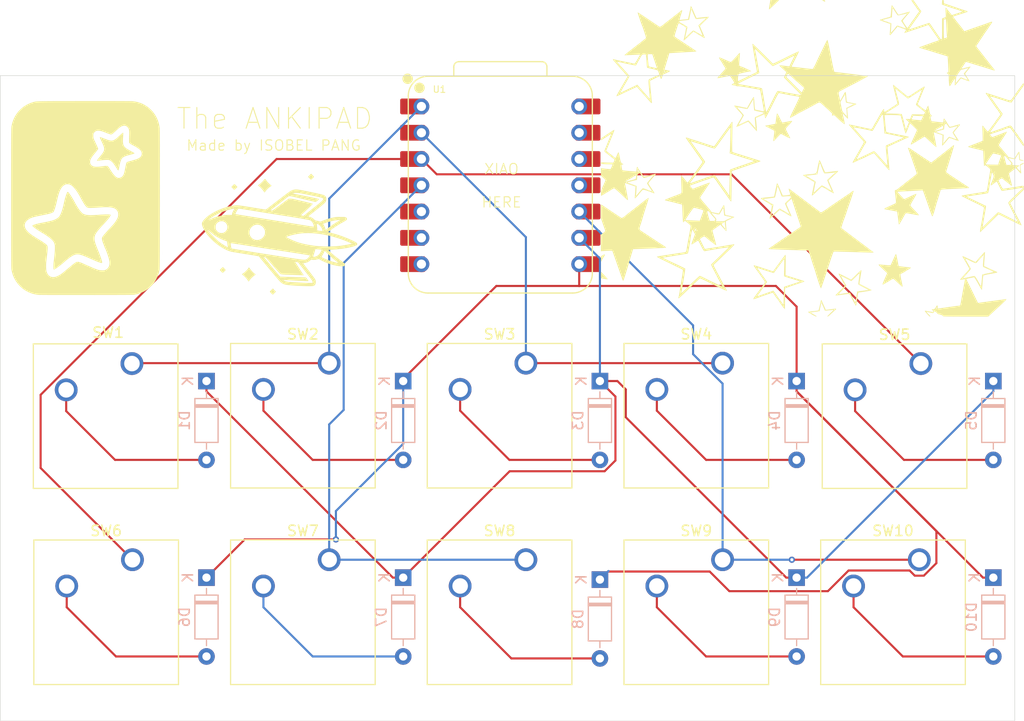
<source format=kicad_pcb>
(kicad_pcb (version 20240108) (generator "pcbnew") (generator_version "8.0")
  (layers (0 "F.Cu" signal) (31 "B.Cu" signal) (34 "B.Paste" user) (35 "F.Paste" user) (36 "B.SilkS" user "B.Silkscreen") (37 "F.SilkS" user "F.Silkscreen") (38 "B.Mask" user) (39 "F.Mask" user) (44 "Edge.Cuts" user))
  (net 0 "")
  (net 1 "ROW0")
  (net 2 "Net-(D1-A)")
  (net 3 "ROW1")
  (net 4 "Net-(D2-A)")
  (net 5 "Net-(D3-A)")
  (net 6 "Net-(D4-A)")
  (net 7 "Net-(D5-A)")
  (net 8 "Net-(D6-A)")
  (net 9 "Net-(D7-A)")
  (net 10 "Net-(D8-A)")
  (net 11 "Net-(D9-A)")
  (net 12 "Net-(D10-A)")
  (net 13 "COL0")
  (net 14 "COL1")
  (net 15 "COL2")
  (net 16 "COL3")
  (net 17 "COL4")
  (net 18 "+3V3")
  (net 21 "GND")
  (footprint "Button_Switch_Keyboard:SW_Cherry_MX_1.00u_PCB" (layer "F.Cu") (at 191.85 106.46)
    (property "Reference" "SW9" (at -2.54 -2.794 0) (layer "F.SilkS"))
    (property "Value" "SW_Push_45deg")
    (pad "" np_thru_hole circle (at -7.62 5.08) (size 1.7 1.7) (drill 1.7) (layers "*.Cu" "*.Mask"))
    (pad "" np_thru_hole circle (at -2.54 5.08) (size 4 4) (drill 4) (layers "*.Cu" "*.Mask"))
    (pad "" np_thru_hole circle (at 2.54 5.08) (size 1.7 1.7) (drill 1.7) (layers "*.Cu" "*.Mask"))
    (pad "1" thru_hole circle (at 0 0) (size 2.2 2.2) (drill 1.5) (layers "*.Cu" "*.Mask") (net 17 "COL4"))
    (pad "2" thru_hole circle (at -6.35 2.54) (size 2.2 2.2) (drill 1.5) (layers "*.Cu" "*.Mask") (net 11 "Net-(D9-A)"))
  )
  (footprint "LOGO" (layer "F.Cu") (at 200.5 67.66 90)
    (property "Reference" "G***" (hide yes))
    (property "Value" "LOGO" (hide yes))
  )
  (footprint "Seeed Studio XIAO Series Library:XIAO-RP2040-DIP" (layer "F.Cu") (at 170.38 70.2685)
    (property "Reference" "U1" (at -5.88 -9.2685 0) (layer "F.SilkS") (effects (font (size 0.635 0.635) (thickness 0.1016))))
    (property "Value" "XIAO-RP2040-DIP")
    (pad "1" smd roundrect (at -8.455 -7.62 180) (size 2.432 1.524) (layers "F.Cu" "F.Mask") (roundrect_rratio 0.1) (net 13 "COL0"))
    (pad "1" thru_hole circle (at -7.62 -7.62 180) (size 1.524 1.524) (drill 0.889) (layers "*.Cu" "*.Mask") (net 13 "COL0"))
    (pad "2" smd roundrect (at -8.455 -5.08 180) (size 2.432 1.524) (layers "F.Cu" "F.Mask") (roundrect_rratio 0.1) (net 14 "COL1"))
    (pad "2" thru_hole circle (at -7.62 -5.08 180) (size 1.524 1.524) (drill 0.889) (layers "*.Cu" "*.Mask") (net 14 "COL1"))
    (pad "3" smd roundrect (at -8.455 -2.54 180) (size 2.432 1.524) (layers "F.Cu" "F.Mask") (roundrect_rratio 0.1) (net 15 "COL2"))
    (pad "3" thru_hole circle (at -7.62 -2.54 180) (size 1.524 1.524) (drill 0.889) (layers "*.Cu" "*.Mask") (net 15 "COL2"))
    (pad "4" smd roundrect (at -8.455 0 180) (size 2.432 1.524) (layers "F.Cu" "F.Mask") (roundrect_rratio 0.1) (net 16 "COL3"))
    (pad "4" thru_hole circle (at -7.62 0 180) (size 1.524 1.524) (drill 0.889) (layers "*.Cu" "*.Mask") (net 16 "COL3"))
    (pad "5" smd roundrect (at -8.455 2.54 180) (size 2.432 1.524) (layers "F.Cu" "F.Mask") (roundrect_rratio 0.1))
    (pad "5" thru_hole circle (at -7.62 2.54 180) (size 1.524 1.524) (drill 0.889) (layers "*.Cu" "*.Mask"))
    (pad "6" smd roundrect (at -8.455 5.08 180) (size 2.432 1.524) (layers "F.Cu" "F.Mask") (roundrect_rratio 0.1))
    (pad "6" thru_hole circle (at -7.62 5.08 180) (size 1.524 1.524) (drill 0.889) (layers "*.Cu" "*.Mask"))
    (pad "7" smd roundrect (at -8.455 7.62 180) (size 2.432 1.524) (layers "F.Cu" "F.Mask") (roundrect_rratio 0.1))
    (pad "7" thru_hole circle (at -7.62 7.62 180) (size 1.524 1.524) (drill 0.889) (layers "*.Cu" "*.Mask"))
    (pad "8" thru_hole circle (at 7.62 7.62) (size 1.524 1.524) (drill 0.889) (layers "*.Cu" "*.Mask") (net 3 "ROW1"))
    (pad "8" smd roundrect (at 8.455 7.62) (size 2.432 1.524) (layers "F.Cu" "F.Mask") (roundrect_rratio 0.1) (net 3 "ROW1"))
    (pad "9" thru_hole circle (at 7.62 5.08) (size 1.524 1.524) (drill 0.889) (layers "*.Cu" "*.Mask") (net 1 "ROW0"))
    (pad "9" smd roundrect (at 8.455 5.08) (size 2.432 1.524) (layers "F.Cu" "F.Mask") (roundrect_rratio 0.1) (net 1 "ROW0"))
    (pad "10" thru_hole circle (at 7.62 2.54) (size 1.524 1.524) (drill 0.889) (layers "*.Cu" "*.Mask") (net 17 "COL4"))
    (pad "10" smd roundrect (at 8.455 2.54) (size 2.432 1.524) (layers "F.Cu" "F.Mask") (roundrect_rratio 0.1) (net 17 "COL4"))
    (pad "11" thru_hole circle (at 7.62 0) (size 1.524 1.524) (drill 0.889) (layers "*.Cu" "*.Mask"))
    (pad "11" smd roundrect (at 8.455 0) (size 2.432 1.524) (layers "F.Cu" "F.Mask") (roundrect_rratio 0.1))
    (pad "12" thru_hole circle (at 7.62 -2.54) (size 1.524 1.524) (drill 0.889) (layers "*.Cu" "*.Mask") (net 18 "+3V3"))
    (pad "12" smd roundrect (at 8.455 -2.54) (size 2.432 1.524) (layers "F.Cu" "F.Mask") (roundrect_rratio 0.1) (net 18 "+3V3"))
    (pad "13" thru_hole circle (at 7.62 -5.08) (size 1.524 1.524) (drill 0.889) (layers "*.Cu" "*.Mask") (net 21 "GND"))
    (pad "13" smd roundrect (at 8.455 -5.08) (size 2.432 1.524) (layers "F.Cu" "F.Mask") (roundrect_rratio 0.1) (net 21 "GND"))
    (pad "14" thru_hole circle (at 7.62 -7.62) (size 1.524 1.524) (drill 0.889) (layers "*.Cu" "*.Mask"))
    (pad "14" smd roundrect (at 8.455 -7.62) (size 2.432 1.524) (layers "F.Cu" "F.Mask") (roundrect_rratio 0.1))
  )
  (footprint "Button_Switch_Keyboard:SW_Cherry_MX_1.00u_PCB" (layer "F.Cu") (at 172.85 106.46)
    (property "Reference" "SW8" (at -2.54 -2.794 0) (layer "F.SilkS"))
    (property "Value" "SW_Push_45deg")
    (pad "" np_thru_hole circle (at -7.62 5.08) (size 1.7 1.7) (drill 1.7) (layers "*.Cu" "*.Mask"))
    (pad "" np_thru_hole circle (at -2.54 5.08) (size 4 4) (drill 4) (layers "*.Cu" "*.Mask"))
    (pad "" np_thru_hole circle (at 2.54 5.08) (size 1.7 1.7) (drill 1.7) (layers "*.Cu" "*.Mask"))
    (pad "1" thru_hole circle (at 0 0) (size 2.2 2.2) (drill 1.5) (layers "*.Cu" "*.Mask") (net 16 "COL3"))
    (pad "2" thru_hole circle (at -6.35 2.54) (size 2.2 2.2) (drill 1.5) (layers "*.Cu" "*.Mask") (net 10 "Net-(D8-A)"))
  )
  (footprint "Button_Switch_Keyboard:SW_Cherry_MX_1.00u_PCB" (layer "F.Cu") (at 211 87.5)
    (property "Reference" "SW5" (at -2.54 -2.794 0) (layer "F.SilkS"))
    (property "Value" "SW_Push_45deg")
    (pad "" np_thru_hole circle (at -7.62 5.08) (size 1.7 1.7) (drill 1.7) (layers "*.Cu" "*.Mask"))
    (pad "" np_thru_hole circle (at -2.54 5.08) (size 4 4) (drill 4) (layers "*.Cu" "*.Mask"))
    (pad "" np_thru_hole circle (at 2.54 5.08) (size 1.7 1.7) (drill 1.7) (layers "*.Cu" "*.Mask"))
    (pad "1" thru_hole circle (at 0 0) (size 2.2 2.2) (drill 1.5) (layers "*.Cu" "*.Mask") (net 15 "COL2"))
    (pad "2" thru_hole circle (at -6.35 2.54) (size 2.2 2.2) (drill 1.5) (layers "*.Cu" "*.Mask") (net 7 "Net-(D5-A)"))
  )
  (footprint "Button_Switch_Keyboard:SW_Cherry_MX_1.00u_PCB" (layer "F.Cu") (at 153.85 87.46)
    (property "Reference" "SW2" (at -2.54 -2.794 0) (layer "F.SilkS"))
    (property "Value" "SW_Push_45deg")
    (pad "" np_thru_hole circle (at -7.62 5.08) (size 1.7 1.7) (drill 1.7) (layers "*.Cu" "*.Mask"))
    (pad "" np_thru_hole circle (at -2.54 5.08) (size 4 4) (drill 4) (layers "*.Cu" "*.Mask"))
    (pad "" np_thru_hole circle (at 2.54 5.08) (size 1.7 1.7) (drill 1.7) (layers "*.Cu" "*.Mask"))
    (pad "1" thru_hole circle (at 0 0) (size 2.2 2.2) (drill 1.5) (layers "*.Cu" "*.Mask") (net 13 "COL0"))
    (pad "2" thru_hole circle (at -6.35 2.54) (size 2.2 2.2) (drill 1.5) (layers "*.Cu" "*.Mask") (net 4 "Net-(D2-A)"))
  )
  (footprint "Button_Switch_Keyboard:SW_Cherry_MX_1.00u_PCB" (layer "F.Cu") (at 191.85 87.46)
    (property "Reference" "SW4" (at -2.54 -2.794 0) (layer "F.SilkS"))
    (property "Value" "SW_Push_45deg")
    (pad "" np_thru_hole circle (at -7.62 5.08) (size 1.7 1.7) (drill 1.7) (layers "*.Cu" "*.Mask"))
    (pad "" np_thru_hole circle (at -2.54 5.08) (size 4 4) (drill 4) (layers "*.Cu" "*.Mask"))
    (pad "" np_thru_hole circle (at 2.54 5.08) (size 1.7 1.7) (drill 1.7) (layers "*.Cu" "*.Mask"))
    (pad "1" thru_hole circle (at 0 0) (size 2.2 2.2) (drill 1.5) (layers "*.Cu" "*.Mask") (net 14 "COL1"))
    (pad "2" thru_hole circle (at -6.35 2.54) (size 2.2 2.2) (drill 1.5) (layers "*.Cu" "*.Mask") (net 6 "Net-(D4-A)"))
  )
  (footprint "LOGO" (layer "F.Cu") (at 130 71.5)
    (property "Reference" "G***" (hide yes))
    (property "Value" "LOGO" (hide yes))
  )
  (footprint "Button_Switch_Keyboard:SW_Cherry_MX_1.00u_PCB" (layer "F.Cu") (at 134.85 106.46)
    (property "Reference" "SW6" (at -2.54 -2.794 0) (layer "F.SilkS"))
    (property "Value" "SW_Push_45deg")
    (pad "" np_thru_hole circle (at -7.62 5.08) (size 1.7 1.7) (drill 1.7) (layers "*.Cu" "*.Mask"))
    (pad "" np_thru_hole circle (at -2.54 5.08) (size 4 4) (drill 4) (layers "*.Cu" "*.Mask"))
    (pad "" np_thru_hole circle (at 2.54 5.08) (size 1.7 1.7) (drill 1.7) (layers "*.Cu" "*.Mask"))
    (pad "1" thru_hole circle (at 0 0) (size 2.2 2.2) (drill 1.5) (layers "*.Cu" "*.Mask") (net 15 "COL2"))
    (pad "2" thru_hole circle (at -6.35 2.54) (size 2.2 2.2) (drill 1.5) (layers "*.Cu" "*.Mask") (net 8 "Net-(D6-A)"))
  )
  (footprint "Button_Switch_Keyboard:SW_Cherry_MX_1.00u_PCB" (layer "F.Cu") (at 210.85 106.46)
    (property "Reference" "SW10" (at -2.54 -2.794 0) (layer "F.SilkS"))
    (property "Value" "SW_Push_45deg")
    (pad "" np_thru_hole circle (at -7.62 5.08) (size 1.7 1.7) (drill 1.7) (layers "*.Cu" "*.Mask"))
    (pad "" np_thru_hole circle (at -2.54 5.08) (size 4 4) (drill 4) (layers "*.Cu" "*.Mask"))
    (pad "" np_thru_hole circle (at 2.54 5.08) (size 1.7 1.7) (drill 1.7) (layers "*.Cu" "*.Mask"))
    (pad "1" thru_hole circle (at 0 0) (size 2.2 2.2) (drill 1.5) (layers "*.Cu" "*.Mask") (net 17 "COL4"))
    (pad "2" thru_hole circle (at -6.35 2.54) (size 2.2 2.2) (drill 1.5) (layers "*.Cu" "*.Mask") (net 12 "Net-(D10-A)"))
  )
  (footprint "LOGO" (layer "F.Cu") (at 149.059227 75 90)
    (property "Reference" "G***" (hide yes))
    (property "Value" "LOGO" (hide yes))
  )
  (footprint "Button_Switch_Keyboard:SW_Cherry_MX_1.00u_PCB" (layer "F.Cu") (at 134.799 87.5005)
    (property "Reference" "SW1" (at -2.299 -3.0005 0) (layer "F.SilkS"))
    (property "Value" "SW_Push_45deg")
    (pad "" np_thru_hole circle (at -7.62 5.08) (size 1.7 1.7) (drill 1.7) (layers "*.Cu" "*.Mask"))
    (pad "" np_thru_hole circle (at -2.54 5.08) (size 4 4) (drill 4) (layers "*.Cu" "*.Mask"))
    (pad "" np_thru_hole circle (at 2.54 5.08) (size 1.7 1.7) (drill 1.7) (layers "*.Cu" "*.Mask"))
    (pad "1" thru_hole circle (at 0 0) (size 2.2 2.2) (drill 1.5) (layers "*.Cu" "*.Mask") (net 13 "COL0"))
    (pad "2" thru_hole circle (at -6.35 2.54) (size 2.2 2.2) (drill 1.5) (layers "*.Cu" "*.Mask") (net 2 "Net-(D1-A)"))
  )
  (footprint "Button_Switch_Keyboard:SW_Cherry_MX_1.00u_PCB" (layer "F.Cu") (at 153.85 106.46)
    (property "Reference" "SW7" (at -2.54 -2.794 0) (layer "F.SilkS"))
    (property "Value" "SW_Push_45deg")
    (pad "" np_thru_hole circle (at -7.62 5.08) (size 1.7 1.7) (drill 1.7) (layers "*.Cu" "*.Mask"))
    (pad "" np_thru_hole circle (at -2.54 5.08) (size 4 4) (drill 4) (layers "*.Cu" "*.Mask"))
    (pad "" np_thru_hole circle (at 2.54 5.08) (size 1.7 1.7) (drill 1.7) (layers "*.Cu" "*.Mask"))
    (pad "1" thru_hole circle (at 0 0) (size 2.2 2.2) (drill 1.5) (layers "*.Cu" "*.Mask") (net 16 "COL3"))
    (pad "2" thru_hole circle (at -6.35 2.54) (size 2.2 2.2) (drill 1.5) (layers "*.Cu" "*.Mask") (net 9 "Net-(D7-A)"))
  )
  (footprint "Button_Switch_Keyboard:SW_Cherry_MX_1.00u_PCB" (layer "F.Cu") (at 172.85 87.46)
    (property "Reference" "SW3" (at -2.54 -2.794 0) (layer "F.SilkS"))
    (property "Value" "SW_Push_45deg")
    (pad "" np_thru_hole circle (at -7.62 5.08) (size 1.7 1.7) (drill 1.7) (layers "*.Cu" "*.Mask"))
    (pad "" np_thru_hole circle (at -2.54 5.08) (size 4 4) (drill 4) (layers "*.Cu" "*.Mask"))
    (pad "" np_thru_hole circle (at 2.54 5.08) (size 1.7 1.7) (drill 1.7) (layers "*.Cu" "*.Mask"))
    (pad "1" thru_hole circle (at 0 0) (size 2.2 2.2) (drill 1.5) (layers "*.Cu" "*.Mask") (net 14 "COL1"))
    (pad "2" thru_hole circle (at -6.35 2.54) (size 2.2 2.2) (drill 1.5) (layers "*.Cu" "*.Mask") (net 5 "Net-(D3-A)"))
  )
  (footprint "Diode_THT:D_DO-35_SOD27_P7.62mm_Horizontal" (layer "B.Cu") (at 199 89.19 -90)
    (property "Reference" "D4" (at 3.81 2.12 90) (layer "B.SilkS") (effects (justify mirror)))
    (property "Value" "D")
    (fp_text user "K" (at 0 1.8 90) (layer "B.SilkS") (effects (justify mirror)))
    (pad "1" thru_hole rect (at 0 0 270) (size 1.6 1.6) (drill 0.8) (layers "*.Cu" "*.Mask") (net 3 "ROW1"))
    (pad "2" thru_hole oval (at 7.62 0 270) (size 1.6 1.6) (drill 0.8) (layers "*.Cu" "*.Mask") (net 6 "Net-(D4-A)"))
  )
  (footprint "Diode_THT:D_DO-35_SOD27_P7.62mm_Horizontal" (layer "B.Cu") (at 161 108.19 -90)
    (property "Reference" "D7" (at 3.81 2.12 90) (layer "B.SilkS") (effects (justify mirror)))
    (property "Value" "D")
    (fp_text user "K" (at 0 1.8 90) (layer "B.SilkS") (effects (justify mirror)))
    (pad "1" thru_hole rect (at 0 0 270) (size 1.6 1.6) (drill 0.8) (layers "*.Cu" "*.Mask") (net 1 "ROW0"))
    (pad "2" thru_hole oval (at 7.62 0 270) (size 1.6 1.6) (drill 0.8) (layers "*.Cu" "*.Mask") (net 9 "Net-(D7-A)"))
  )
  (footprint "Diode_THT:D_DO-35_SOD27_P7.62mm_Horizontal" (layer "B.Cu") (at 180 89.19 -90)
    (property "Reference" "D3" (at 3.81 2.12 90) (layer "B.SilkS") (effects (justify mirror)))
    (property "Value" "D")
    (fp_text user "K" (at 0 1.8 90) (layer "B.SilkS") (effects (justify mirror)))
    (pad "1" thru_hole rect (at 0 0 270) (size 1.6 1.6) (drill 0.8) (layers "*.Cu" "*.Mask") (net 1 "ROW0"))
    (pad "2" thru_hole oval (at 7.62 0 270) (size 1.6 1.6) (drill 0.8) (layers "*.Cu" "*.Mask") (net 5 "Net-(D3-A)"))
  )
  (footprint "Diode_THT:D_DO-35_SOD27_P7.62mm_Horizontal" (layer "B.Cu") (at 180 108.38 -90)
    (property "Reference" "D8" (at 3.81 2.12 90) (layer "B.SilkS") (effects (justify mirror)))
    (property "Value" "D")
    (fp_text user "K" (at 0 1.8 90) (layer "B.SilkS") (effects (justify mirror)))
    (pad "1" thru_hole rect (at 0 0 270) (size 1.6 1.6) (drill 0.8) (layers "*.Cu" "*.Mask") (net 3 "ROW1"))
    (pad "2" thru_hole oval (at 7.62 0 270) (size 1.6 1.6) (drill 0.8) (layers "*.Cu" "*.Mask") (net 10 "Net-(D8-A)"))
  )
  (footprint "Diode_THT:D_DO-35_SOD27_P7.62mm_Horizontal" (layer "B.Cu") (at 142 108.19 -90)
    (property "Reference" "D6" (at 3.81 2.12 90) (layer "B.SilkS") (effects (justify mirror)))
    (property "Value" "D")
    (fp_text user "K" (at 0 1.8 90) (layer "B.SilkS") (effects (justify mirror)))
    (pad "1" thru_hole rect (at 0 0 270) (size 1.6 1.6) (drill 0.8) (layers "*.Cu" "*.Mask") (net 3 "ROW1"))
    (pad "2" thru_hole oval (at 7.62 0 270) (size 1.6 1.6) (drill 0.8) (layers "*.Cu" "*.Mask") (net 8 "Net-(D6-A)"))
  )
  (footprint "Diode_THT:D_DO-35_SOD27_P7.62mm_Horizontal" (layer "B.Cu") (at 142 89.19 -90)
    (property "Reference" "D1" (at 3.81 2.12 90) (layer "B.SilkS") (effects (justify mirror)))
    (property "Value" "D")
    (fp_text user "K" (at 0 1.8 90) (layer "B.SilkS") (effects (justify mirror)))
    (pad "1" thru_hole rect (at 0 0 270) (size 1.6 1.6) (drill 0.8) (layers "*.Cu" "*.Mask") (net 1 "ROW0"))
    (pad "2" thru_hole oval (at 7.62 0 270) (size 1.6 1.6) (drill 0.8) (layers "*.Cu" "*.Mask") (net 2 "Net-(D1-A)"))
  )
  (footprint "Diode_THT:D_DO-35_SOD27_P7.62mm_Horizontal" (layer "B.Cu") (at 218 89.19 -90)
    (property "Reference" "D5" (at 3.81 2.12 90) (layer "B.SilkS") (effects (justify mirror)))
    (property "Value" "D")
    (fp_text user "K" (at 0 1.8 90) (layer "B.SilkS") (effects (justify mirror)))
    (pad "1" thru_hole rect (at 0 0 270) (size 1.6 1.6) (drill 0.8) (layers "*.Cu" "*.Mask") (net 1 "ROW0"))
    (pad "2" thru_hole oval (at 7.62 0 270) (size 1.6 1.6) (drill 0.8) (layers "*.Cu" "*.Mask") (net 7 "Net-(D5-A)"))
  )
  (footprint "Diode_THT:D_DO-35_SOD27_P7.62mm_Horizontal" (layer "B.Cu") (at 161 89.19 -90)
    (property "Reference" "D2" (at 3.81 2.12 90) (layer "B.SilkS") (effects (justify mirror)))
    (property "Value" "D")
    (fp_text user "K" (at 0 1.8 90) (layer "B.SilkS") (effects (justify mirror)))
    (pad "1" thru_hole rect (at 0 0 270) (size 1.6 1.6) (drill 0.8) (layers "*.Cu" "*.Mask") (net 3 "ROW1"))
    (pad "2" thru_hole oval (at 7.62 0 270) (size 1.6 1.6) (drill 0.8) (layers "*.Cu" "*.Mask") (net 4 "Net-(D2-A)"))
  )
  (footprint "Diode_THT:D_DO-35_SOD27_P7.62mm_Horizontal" (layer "B.Cu") (at 218 108.19 -90)
    (property "Reference" "D10" (at 3.81 2.12 90) (layer "B.SilkS") (effects (justify mirror)))
    (property "Value" "D")
    (fp_text user "K" (at 0 1.8 90) (layer "B.SilkS") (effects (justify mirror)))
    (pad "1" thru_hole rect (at 0 0 270) (size 1.6 1.6) (drill 0.8) (layers "*.Cu" "*.Mask") (net 3 "ROW1"))
    (pad "2" thru_hole oval (at 7.62 0 270) (size 1.6 1.6) (drill 0.8) (layers "*.Cu" "*.Mask") (net 12 "Net-(D10-A)"))
  )
  (footprint "Diode_THT:D_DO-35_SOD27_P7.62mm_Horizontal" (layer "B.Cu") (at 199 108.19 -90)
    (property "Reference" "D9" (at 3.81 2.12 90) (layer "B.SilkS") (effects (justify mirror)))
    (property "Value" "D")
    (fp_text user "K" (at 0 1.8 90) (layer "B.SilkS") (effects (justify mirror)))
    (pad "1" thru_hole rect (at 0 0 270) (size 1.6 1.6) (drill 0.8) (layers "*.Cu" "*.Mask") (net 1 "ROW0"))
    (pad "2" thru_hole oval (at 7.62 0 270) (size 1.6 1.6) (drill 0.8) (layers "*.Cu" "*.Mask") (net 11 "Net-(D9-A)"))
  )
  (gr_rect (start 122.08 59.67) (end 220.07 122.03) (stroke (width 0.05)) (fill none) (layer "Edge.Cuts"))
  (gr_text "XIAO\n\nHERE" (at 170.5 72.5 0) (layer "F.SilkS") (effects (font (size 1 1) (thickness 0.1)) (justify bottom)))
  (gr_text "The ANKIPAD" (at 139 65 0) (layer "F.SilkS") (effects (font (size 2 2) (thickness 0.1)) (justify left bottom)))
  (gr_text "Made by ISOBEL PANG" (at 140 67 0) (layer "F.SilkS") (effects (font (size 1 1) (thickness 0.1)) (justify left bottom)))
  (segment (start 181.5 90.69) (end 180 89.19) (width 0.2) (layer "F.Cu") (net 1))
  (segment (start 160 108.19) (end 142 90.19) (width 0.2) (layer "F.Cu") (net 1))
  (segment (start 161 108.19) (end 160 108.19) (width 0.2) (layer "F.Cu") (net 1))
  (segment (start 182.5 90) (end 181.69 89.19) (width 0.2) (layer "F.Cu") (net 1))
  (segment (start 161 108.19) (end 171.28 97.91) (width 0.2) (layer "F.Cu") (net 1))
  (segment (start 182.5 92.69) (end 182.5 90) (width 0.2) (layer "F.Cu") (net 1))
  (segment (start 180.455635 97.91) (end 181.5 96.865635) (width 0.2) (layer "F.Cu") (net 1))
  (segment (start 171.28 97.91) (end 180.455635 97.91) (width 0.2) (layer "F.Cu") (net 1))
  (segment (start 181.69 89.19) (end 180 89.19) (width 0.2) (layer "F.Cu") (net 1))
  (segment (start 199 108.19) (end 198 108.19) (width 0.2) (layer "F.Cu") (net 1))
  (segment (start 181.5 96.865635) (end 181.5 90.69) (width 0.2) (layer "F.Cu") (net 1))
  (segment (start 198 108.19) (end 182.5 92.69) (width 0.2) (layer "F.Cu") (net 1))
  (segment (start 199 108.19) (end 199.59 107.6) (width 0.2) (layer "F.Cu") (net 1))
  (segment (start 142 90.19) (end 142 89.19) (width 0.2) (layer "F.Cu") (net 1))
  (segment (start 178 75.589899) (end 178 74.92) (width 0.2) (layer "B.Cu") (net 1))
  (segment (start 199 108.19) (end 200 108.19) (width 0.2) (layer "B.Cu") (net 1))
  (segment (start 180 77.3485) (end 178 75.3485) (width 0.2) (layer "B.Cu") (net 1))
  (segment (start 200 108.19) (end 218 90.19) (width 0.2) (layer "B.Cu") (net 1))
  (segment (start 218 90.19) (end 218 89.19) (width 0.2) (layer "B.Cu") (net 1))
  (segment (start 180 89.19) (end 180 77.3485) (width 0.2) (layer "B.Cu") (net 1))
  (segment (start 128.449 90.0405) (end 128.449 92.093902) (width 0.2) (layer "F.Cu") (net 2))
  (segment (start 133.165098 96.81) (end 142 96.81) (width 0.2) (layer "F.Cu") (net 2))
  (segment (start 128.449 92.093902) (end 133.165098 96.81) (width 0.2) (layer "F.Cu") (net 2))
  (segment (start 180.78 107.6) (end 190.6 107.6) (width 0.2) (layer "F.Cu") (net 3))
  (segment (start 199 82) (end 197 80) (width 0.2) (layer "F.Cu") (net 3))
  (segment (start 142 108.19) (end 145.69 104.5) (width 0.2) (layer "F.Cu") (net 3))
  (segment (start 197 80) (end 178 80) (width 0.2) (layer "F.Cu") (net 3))
  (segment (start 192.5 109.5) (end 202.020101 109.5) (width 0.2) (layer "F.Cu") (net 3))
  (segment (start 210.410101 108) (end 211.289899 108) (width 0.2) (layer "F.Cu") (net 3))
  (segment (start 178 77.8885) (end 178 80) (width 0.2) (layer "F.Cu") (net 3))
  (segment (start 161 88.992944) (end 161 89.19) (width 0.2) (layer "F.Cu") (net 3))
  (segment (start 199 90.19) (end 217 108.19) (width 0.2) (layer "F.Cu") (net 3))
  (segment (start 211.289899 108) (end 212.5 106.789899) (width 0.2) (layer "F.Cu") (net 3))
  (segment (start 178 80) (end 169.992944 80) (width 0.2) (layer "F.Cu") (net 3))
  (segment (start 145.69 104.5) (end 154.5 104.5) (width 0.2) (layer "F.Cu") (net 3))
  (segment (start 202.020101 109.5) (end 204.020101 107.5) (width 0.2) (layer "F.Cu") (net 3))
  (segment (start 209.910101 107.5) (end 210.410101 108) (width 0.2) (layer "F.Cu") (net 3))
  (segment (start 212.5 103.69) (end 199 90.19) (width 0.2) (layer "F.Cu") (net 3))
  (segment (start 199 89.19) (end 199 82) (width 0.2) (layer "F.Cu") (net 3))
  (segment (start 217 108.19) (end 218 108.19) (width 0.2) (layer "F.Cu") (net 3))
  (segment (start 212.5 106.789899) (end 212.5 103.69) (width 0.2) (layer "F.Cu") (net 3))
  (segment (start 199 90.19) (end 199 89.19) (width 0.2) (layer "F.Cu") (net 3))
  (segment (start 180 108.38) (end 180.78 107.6) (width 0.2) (layer "F.Cu") (net 3))
  (segment (start 169.992944 80) (end 161 88.992944) (width 0.2) (layer "F.Cu") (net 3))
  (segment (start 190.6 107.6) (end 192.5 109.5) (width 0.2) (layer "F.Cu") (net 3))
  (segment (start 204.020101 107.5) (end 209.910101 107.5) (width 0.2) (layer "F.Cu") (net 3))
  (via (at 154.5 104.5) (size 0.6) (drill 0.3) (layers "F.Cu" "B.Cu") (net 3))
  (segment (start 154.5 101.754365) (end 161 95.254365) (width 0.2) (layer "B.Cu") (net 3))
  (segment (start 154.5 104.5) (end 154.5 101.754365) (width 0.2) (layer "B.Cu") (net 3))
  (segment (start 161 95.254365) (end 161 89.19) (width 0.2) (layer "B.Cu") (net 3))
  (segment (start 180 108.38) (end 180.83505 107.54495) (width 0.2) (layer "B.Cu") (net 3))
  (segment (start 152.256598 96.81) (end 161 96.81) (width 0.2) (layer "F.Cu") (net 4))
  (segment (start 147.5 92.053402) (end 152.256598 96.81) (width 0.2) (layer "F.Cu") (net 4))
  (segment (start 147.5 90) (end 147.5 92.053402) (width 0.2) (layer "F.Cu") (net 4))
  (segment (start 171.256598 96.81) (end 180 96.81) (width 0.2) (layer "F.Cu") (net 5))
  (segment (start 166.5 92.053402) (end 171.256598 96.81) (width 0.2) (layer "F.Cu") (net 5))
  (segment (start 166.5 90) (end 166.5 92.053402) (width 0.2) (layer "F.Cu") (net 5))
  (segment (start 185.5 92.053402) (end 190.256598 96.81) (width 0.2) (layer "F.Cu") (net 6))
  (segment (start 190.256598 96.81) (end 199 96.81) (width 0.2) (layer "F.Cu") (net 6))
  (segment (start 185.5 90) (end 185.5 92.053402) (width 0.2) (layer "F.Cu") (net 6))
  (segment (start 204.65 90.04) (end 204.65 92.093402) (width 0.2) (layer "F.Cu") (net 7))
  (segment (start 209.366598 96.81) (end 218 96.81) (width 0.2) (layer "F.Cu") (net 7))
  (segment (start 204.65 92.093402) (end 209.366598 96.81) (width 0.2) (layer "F.Cu") (net 7))
  (segment (start 133.256598 115.81) (end 142 115.81) (width 0.2) (layer "F.Cu") (net 8))
  (segment (start 128.5 111.053402) (end 133.256598 115.81) (width 0.2) (layer "F.Cu") (net 8))
  (segment (start 128.5 109) (end 128.5 111.053402) (width 0.2) (layer "F.Cu") (net 8))
  (segment (start 147.5 111.053402) (end 152.256598 115.81) (width 0.2) (layer "B.Cu") (net 9))
  (segment (start 147.5 109) (end 147.5 111.053402) (width 0.2) (layer "B.Cu") (net 9))
  (segment (start 152.256598 115.81) (end 161 115.81) (width 0.2) (layer "B.Cu") (net 9))
  (segment (start 171.446598 116) (end 180 116) (width 0.2) (layer "F.Cu") (net 10))
  (segment (start 166.5 111.053402) (end 171.446598 116) (width 0.2) (layer "F.Cu") (net 10))
  (segment (start 166.5 109) (end 166.5 111.053402) (width 0.2) (layer "F.Cu") (net 10))
  (segment (start 185.5 111.053402) (end 190.256598 115.81) (width 0.2) (layer "F.Cu") (net 11))
  (segment (start 185.5 109) (end 185.5 111.053402) (width 0.2) (layer "F.Cu") (net 11))
  (segment (start 190.256598 115.81) (end 199 115.81) (width 0.2) (layer "F.Cu") (net 11))
  (segment (start 209.256598 115.81) (end 218 115.81) (width 0.2) (layer "F.Cu") (net 12))
  (segment (start 204.5 109) (end 204.5 111.053402) (width 0.2) (layer "F.Cu") (net 12))
  (segment (start 204.5 111.053402) (end 209.256598 115.81) (width 0.2) (layer "F.Cu") (net 12))
  (segment (start 134.8395 87.46) (end 134.799 87.5005) (width 0.2) (layer "F.Cu") (net 13))
  (segment (start 153.85 87.46) (end 134.8395 87.46) (width 0.2) (layer "F.Cu") (net 13))
  (segment (start 153.85 87.46) (end 153.85 71.5585) (width 0.2) (layer "B.Cu") (net 13))
  (segment (start 153.85 71.5585) (end 162.76 62.6485) (width 0.2) (layer "B.Cu") (net 13))
  (segment (start 191.85 87.46) (end 172.85 87.46) (width 0.2) (layer "F.Cu") (net 14))
  (segment (start 172.85 75.2785) (end 162.76 65.1885) (width 0.2) (layer "B.Cu") (net 14))
  (segment (start 172.85 87.46) (end 172.85 75.2785) (width 0.2) (layer "B.Cu") (net 14))
  (segment (start 192.7065 69.2065) (end 164.238 69.2065) (width 0.2) (layer "F.Cu") (net 15))
  (segment (start 164.238 69.2065) (end 162.76 67.7285) (width 0.2) (layer "F.Cu") (net 15))
  (segment (start 134.85 106.46) (end 125.979 97.589) (width 0.2) (layer "F.Cu") (net 15))
  (segment (start 148.7715 67.7285) (end 162.76 67.7285) (width 0.2) (layer "F.Cu") (net 15))
  (segment (start 125.979 97.589) (end 125.979 90.521) (width 0.2) (layer "F.Cu") (net 15))
  (segment (start 211 87.5) (end 192.7065 69.2065) (width 0.2) (layer "F.Cu") (net 15))
  (segment (start 125.979 90.521) (end 148.7715 67.7285) (width 0.2) (layer "F.Cu") (net 15))
  (segment (start 153.85 93.382944) (end 155.25 91.982944) (width 0.2) (layer "B.Cu") (net 16))
  (segment (start 153.85 106.46) (end 153.85 93.382944) (width 0.2) (layer "B.Cu") (net 16))
  (segment (start 153.85 106.46) (end 172.85 106.46) (width 0.2) (layer "B.Cu") (net 16))
  (segment (start 155.25 77.7785) (end 162.76 70.2685) (width 0.2) (layer "B.Cu") (net 16))
  (segment (start 155.25 91.982944) (end 155.25 77.7785) (width 0.2) (layer "B.Cu") (net 16))
  (segment (start 198.54 106.46) (end 210.85 106.46) (width 0.2) (layer "F.Cu") (net 17))
  (via (at 198.54 106.46) (size 0.6) (drill 0.3) (layers "F.Cu" "B.Cu") (net 17))
  (segment (start 189 83.8085) (end 178 72.8085) (width 0.2) (layer "B.Cu") (net 17))
  (segment (start 198.54 106.46) (end 191.85 106.46) (width 0.2) (layer "B.Cu") (net 17))
  (segment (start 191.85 106.46) (end 191.85 89.439899) (width 0.2) (layer "B.Cu") (net 17))
  (segment (start 189 86.589899) (end 189 83.8085) (width 0.2) (layer "B.Cu") (net 17))
  (segment (start 191.85 89.439899) (end 189 86.589899) (width 0.2) (layer "B.Cu") (net 17))
)
</source>
